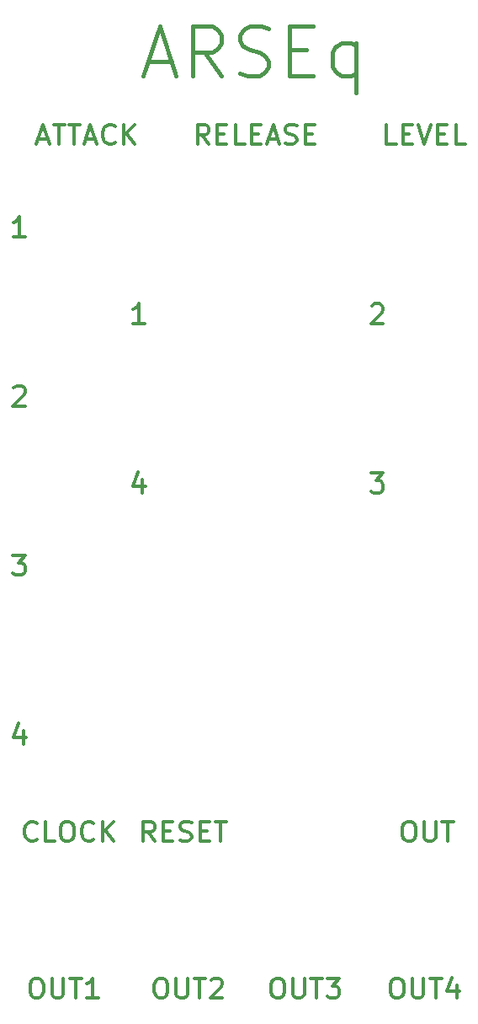
<source format=gbr>
G04 #@! TF.GenerationSoftware,KiCad,Pcbnew,(5.1.5-0)*
G04 #@! TF.CreationDate,2021-01-20T20:41:00-08:00*
G04 #@! TF.ProjectId,arseq,61727365-712e-46b6-9963-61645f706362,rev?*
G04 #@! TF.SameCoordinates,Original*
G04 #@! TF.FileFunction,Legend,Top*
G04 #@! TF.FilePolarity,Positive*
%FSLAX46Y46*%
G04 Gerber Fmt 4.6, Leading zero omitted, Abs format (unit mm)*
G04 Created by KiCad (PCBNEW (5.1.5-0)) date 2021-01-20 20:41:00*
%MOMM*%
%LPD*%
G04 APERTURE LIST*
%ADD10C,0.300000*%
%ADD11C,0.400000*%
G04 APERTURE END LIST*
D10*
X39797619Y-96904761D02*
X40178571Y-96904761D01*
X40369047Y-97000000D01*
X40559523Y-97190476D01*
X40654761Y-97571428D01*
X40654761Y-98238095D01*
X40559523Y-98619047D01*
X40369047Y-98809523D01*
X40178571Y-98904761D01*
X39797619Y-98904761D01*
X39607142Y-98809523D01*
X39416666Y-98619047D01*
X39321428Y-98238095D01*
X39321428Y-97571428D01*
X39416666Y-97190476D01*
X39607142Y-97000000D01*
X39797619Y-96904761D01*
X41511904Y-96904761D02*
X41511904Y-98523809D01*
X41607142Y-98714285D01*
X41702380Y-98809523D01*
X41892857Y-98904761D01*
X42273809Y-98904761D01*
X42464285Y-98809523D01*
X42559523Y-98714285D01*
X42654761Y-98523809D01*
X42654761Y-96904761D01*
X43321428Y-96904761D02*
X44464285Y-96904761D01*
X43892857Y-98904761D02*
X43892857Y-96904761D01*
X45988095Y-97571428D02*
X45988095Y-98904761D01*
X45511904Y-96809523D02*
X45035714Y-98238095D01*
X46273809Y-98238095D01*
X27797619Y-96904761D02*
X28178571Y-96904761D01*
X28369047Y-97000000D01*
X28559523Y-97190476D01*
X28654761Y-97571428D01*
X28654761Y-98238095D01*
X28559523Y-98619047D01*
X28369047Y-98809523D01*
X28178571Y-98904761D01*
X27797619Y-98904761D01*
X27607142Y-98809523D01*
X27416666Y-98619047D01*
X27321428Y-98238095D01*
X27321428Y-97571428D01*
X27416666Y-97190476D01*
X27607142Y-97000000D01*
X27797619Y-96904761D01*
X29511904Y-96904761D02*
X29511904Y-98523809D01*
X29607142Y-98714285D01*
X29702380Y-98809523D01*
X29892857Y-98904761D01*
X30273809Y-98904761D01*
X30464285Y-98809523D01*
X30559523Y-98714285D01*
X30654761Y-98523809D01*
X30654761Y-96904761D01*
X31321428Y-96904761D02*
X32464285Y-96904761D01*
X31892857Y-98904761D02*
X31892857Y-96904761D01*
X32940476Y-96904761D02*
X34178571Y-96904761D01*
X33511904Y-97666666D01*
X33797619Y-97666666D01*
X33988095Y-97761904D01*
X34083333Y-97857142D01*
X34178571Y-98047619D01*
X34178571Y-98523809D01*
X34083333Y-98714285D01*
X33988095Y-98809523D01*
X33797619Y-98904761D01*
X33226190Y-98904761D01*
X33035714Y-98809523D01*
X32940476Y-98714285D01*
X16047619Y-96904761D02*
X16428571Y-96904761D01*
X16619047Y-97000000D01*
X16809523Y-97190476D01*
X16904761Y-97571428D01*
X16904761Y-98238095D01*
X16809523Y-98619047D01*
X16619047Y-98809523D01*
X16428571Y-98904761D01*
X16047619Y-98904761D01*
X15857142Y-98809523D01*
X15666666Y-98619047D01*
X15571428Y-98238095D01*
X15571428Y-97571428D01*
X15666666Y-97190476D01*
X15857142Y-97000000D01*
X16047619Y-96904761D01*
X17761904Y-96904761D02*
X17761904Y-98523809D01*
X17857142Y-98714285D01*
X17952380Y-98809523D01*
X18142857Y-98904761D01*
X18523809Y-98904761D01*
X18714285Y-98809523D01*
X18809523Y-98714285D01*
X18904761Y-98523809D01*
X18904761Y-96904761D01*
X19571428Y-96904761D02*
X20714285Y-96904761D01*
X20142857Y-98904761D02*
X20142857Y-96904761D01*
X21285714Y-97095238D02*
X21380952Y-97000000D01*
X21571428Y-96904761D01*
X22047619Y-96904761D01*
X22238095Y-97000000D01*
X22333333Y-97095238D01*
X22428571Y-97285714D01*
X22428571Y-97476190D01*
X22333333Y-97761904D01*
X21190476Y-98904761D01*
X22428571Y-98904761D01*
X3547619Y-96904761D02*
X3928571Y-96904761D01*
X4119047Y-97000000D01*
X4309523Y-97190476D01*
X4404761Y-97571428D01*
X4404761Y-98238095D01*
X4309523Y-98619047D01*
X4119047Y-98809523D01*
X3928571Y-98904761D01*
X3547619Y-98904761D01*
X3357142Y-98809523D01*
X3166666Y-98619047D01*
X3071428Y-98238095D01*
X3071428Y-97571428D01*
X3166666Y-97190476D01*
X3357142Y-97000000D01*
X3547619Y-96904761D01*
X5261904Y-96904761D02*
X5261904Y-98523809D01*
X5357142Y-98714285D01*
X5452380Y-98809523D01*
X5642857Y-98904761D01*
X6023809Y-98904761D01*
X6214285Y-98809523D01*
X6309523Y-98714285D01*
X6404761Y-98523809D01*
X6404761Y-96904761D01*
X7071428Y-96904761D02*
X8214285Y-96904761D01*
X7642857Y-98904761D02*
X7642857Y-96904761D01*
X9928571Y-98904761D02*
X8785714Y-98904761D01*
X9357142Y-98904761D02*
X9357142Y-96904761D01*
X9166666Y-97190476D01*
X8976190Y-97380952D01*
X8785714Y-97476190D01*
X41000000Y-81154761D02*
X41380952Y-81154761D01*
X41571428Y-81250000D01*
X41761904Y-81440476D01*
X41857142Y-81821428D01*
X41857142Y-82488095D01*
X41761904Y-82869047D01*
X41571428Y-83059523D01*
X41380952Y-83154761D01*
X41000000Y-83154761D01*
X40809523Y-83059523D01*
X40619047Y-82869047D01*
X40523809Y-82488095D01*
X40523809Y-81821428D01*
X40619047Y-81440476D01*
X40809523Y-81250000D01*
X41000000Y-81154761D01*
X42714285Y-81154761D02*
X42714285Y-82773809D01*
X42809523Y-82964285D01*
X42904761Y-83059523D01*
X43095238Y-83154761D01*
X43476190Y-83154761D01*
X43666666Y-83059523D01*
X43761904Y-82964285D01*
X43857142Y-82773809D01*
X43857142Y-81154761D01*
X44523809Y-81154761D02*
X45666666Y-81154761D01*
X45095238Y-83154761D02*
X45095238Y-81154761D01*
X15595238Y-83154761D02*
X14928571Y-82202380D01*
X14452380Y-83154761D02*
X14452380Y-81154761D01*
X15214285Y-81154761D01*
X15404761Y-81250000D01*
X15500000Y-81345238D01*
X15595238Y-81535714D01*
X15595238Y-81821428D01*
X15500000Y-82011904D01*
X15404761Y-82107142D01*
X15214285Y-82202380D01*
X14452380Y-82202380D01*
X16452380Y-82107142D02*
X17119047Y-82107142D01*
X17404761Y-83154761D02*
X16452380Y-83154761D01*
X16452380Y-81154761D01*
X17404761Y-81154761D01*
X18166666Y-83059523D02*
X18452380Y-83154761D01*
X18928571Y-83154761D01*
X19119047Y-83059523D01*
X19214285Y-82964285D01*
X19309523Y-82773809D01*
X19309523Y-82583333D01*
X19214285Y-82392857D01*
X19119047Y-82297619D01*
X18928571Y-82202380D01*
X18547619Y-82107142D01*
X18357142Y-82011904D01*
X18261904Y-81916666D01*
X18166666Y-81726190D01*
X18166666Y-81535714D01*
X18261904Y-81345238D01*
X18357142Y-81250000D01*
X18547619Y-81154761D01*
X19023809Y-81154761D01*
X19309523Y-81250000D01*
X20166666Y-82107142D02*
X20833333Y-82107142D01*
X21119047Y-83154761D02*
X20166666Y-83154761D01*
X20166666Y-81154761D01*
X21119047Y-81154761D01*
X21690476Y-81154761D02*
X22833333Y-81154761D01*
X22261904Y-83154761D02*
X22261904Y-81154761D01*
X3761904Y-82964285D02*
X3666666Y-83059523D01*
X3380952Y-83154761D01*
X3190476Y-83154761D01*
X2904761Y-83059523D01*
X2714285Y-82869047D01*
X2619047Y-82678571D01*
X2523809Y-82297619D01*
X2523809Y-82011904D01*
X2619047Y-81630952D01*
X2714285Y-81440476D01*
X2904761Y-81250000D01*
X3190476Y-81154761D01*
X3380952Y-81154761D01*
X3666666Y-81250000D01*
X3761904Y-81345238D01*
X5571428Y-83154761D02*
X4619047Y-83154761D01*
X4619047Y-81154761D01*
X6619047Y-81154761D02*
X7000000Y-81154761D01*
X7190476Y-81250000D01*
X7380952Y-81440476D01*
X7476190Y-81821428D01*
X7476190Y-82488095D01*
X7380952Y-82869047D01*
X7190476Y-83059523D01*
X7000000Y-83154761D01*
X6619047Y-83154761D01*
X6428571Y-83059523D01*
X6238095Y-82869047D01*
X6142857Y-82488095D01*
X6142857Y-81821428D01*
X6238095Y-81440476D01*
X6428571Y-81250000D01*
X6619047Y-81154761D01*
X9476190Y-82964285D02*
X9380952Y-83059523D01*
X9095238Y-83154761D01*
X8904761Y-83154761D01*
X8619047Y-83059523D01*
X8428571Y-82869047D01*
X8333333Y-82678571D01*
X8238095Y-82297619D01*
X8238095Y-82011904D01*
X8333333Y-81630952D01*
X8428571Y-81440476D01*
X8619047Y-81250000D01*
X8904761Y-81154761D01*
X9095238Y-81154761D01*
X9380952Y-81250000D01*
X9476190Y-81345238D01*
X10333333Y-83154761D02*
X10333333Y-81154761D01*
X11476190Y-83154761D02*
X10619047Y-82011904D01*
X11476190Y-81154761D02*
X10333333Y-82297619D01*
X14380952Y-46821428D02*
X14380952Y-48154761D01*
X13904761Y-46059523D02*
X13428571Y-47488095D01*
X14666666Y-47488095D01*
X2380952Y-72071428D02*
X2380952Y-73404761D01*
X1904761Y-71309523D02*
X1428571Y-72738095D01*
X2666666Y-72738095D01*
X37333333Y-46154761D02*
X38571428Y-46154761D01*
X37904761Y-46916666D01*
X38190476Y-46916666D01*
X38380952Y-47011904D01*
X38476190Y-47107142D01*
X38571428Y-47297619D01*
X38571428Y-47773809D01*
X38476190Y-47964285D01*
X38380952Y-48059523D01*
X38190476Y-48154761D01*
X37619047Y-48154761D01*
X37428571Y-48059523D01*
X37333333Y-47964285D01*
X1333333Y-54404761D02*
X2571428Y-54404761D01*
X1904761Y-55166666D01*
X2190476Y-55166666D01*
X2380952Y-55261904D01*
X2476190Y-55357142D01*
X2571428Y-55547619D01*
X2571428Y-56023809D01*
X2476190Y-56214285D01*
X2380952Y-56309523D01*
X2190476Y-56404761D01*
X1619047Y-56404761D01*
X1428571Y-56309523D01*
X1333333Y-56214285D01*
X37428571Y-29345238D02*
X37523809Y-29250000D01*
X37714285Y-29154761D01*
X38190476Y-29154761D01*
X38380952Y-29250000D01*
X38476190Y-29345238D01*
X38571428Y-29535714D01*
X38571428Y-29726190D01*
X38476190Y-30011904D01*
X37333333Y-31154761D01*
X38571428Y-31154761D01*
X1428571Y-37595238D02*
X1523809Y-37500000D01*
X1714285Y-37404761D01*
X2190476Y-37404761D01*
X2380952Y-37500000D01*
X2476190Y-37595238D01*
X2571428Y-37785714D01*
X2571428Y-37976190D01*
X2476190Y-38261904D01*
X1333333Y-39404761D01*
X2571428Y-39404761D01*
X14571428Y-31154761D02*
X13428571Y-31154761D01*
X14000000Y-31154761D02*
X14000000Y-29154761D01*
X13809523Y-29440476D01*
X13619047Y-29630952D01*
X13428571Y-29726190D01*
X2571428Y-22404761D02*
X1428571Y-22404761D01*
X2000000Y-22404761D02*
X2000000Y-20404761D01*
X1809523Y-20690476D01*
X1619047Y-20880952D01*
X1428571Y-20976190D01*
X39892857Y-13154761D02*
X38940476Y-13154761D01*
X38940476Y-11154761D01*
X40559523Y-12107142D02*
X41226190Y-12107142D01*
X41511904Y-13154761D02*
X40559523Y-13154761D01*
X40559523Y-11154761D01*
X41511904Y-11154761D01*
X42083333Y-11154761D02*
X42750000Y-13154761D01*
X43416666Y-11154761D01*
X44083333Y-12107142D02*
X44750000Y-12107142D01*
X45035714Y-13154761D02*
X44083333Y-13154761D01*
X44083333Y-11154761D01*
X45035714Y-11154761D01*
X46845238Y-13154761D02*
X45892857Y-13154761D01*
X45892857Y-11154761D01*
X21035714Y-13154761D02*
X20369047Y-12202380D01*
X19892857Y-13154761D02*
X19892857Y-11154761D01*
X20654761Y-11154761D01*
X20845238Y-11250000D01*
X20940476Y-11345238D01*
X21035714Y-11535714D01*
X21035714Y-11821428D01*
X20940476Y-12011904D01*
X20845238Y-12107142D01*
X20654761Y-12202380D01*
X19892857Y-12202380D01*
X21892857Y-12107142D02*
X22559523Y-12107142D01*
X22845238Y-13154761D02*
X21892857Y-13154761D01*
X21892857Y-11154761D01*
X22845238Y-11154761D01*
X24654761Y-13154761D02*
X23702380Y-13154761D01*
X23702380Y-11154761D01*
X25321428Y-12107142D02*
X25988095Y-12107142D01*
X26273809Y-13154761D02*
X25321428Y-13154761D01*
X25321428Y-11154761D01*
X26273809Y-11154761D01*
X27035714Y-12583333D02*
X27988095Y-12583333D01*
X26845238Y-13154761D02*
X27511904Y-11154761D01*
X28178571Y-13154761D01*
X28749999Y-13059523D02*
X29035714Y-13154761D01*
X29511904Y-13154761D01*
X29702380Y-13059523D01*
X29797619Y-12964285D01*
X29892857Y-12773809D01*
X29892857Y-12583333D01*
X29797619Y-12392857D01*
X29702380Y-12297619D01*
X29511904Y-12202380D01*
X29130952Y-12107142D01*
X28940476Y-12011904D01*
X28845238Y-11916666D01*
X28749999Y-11726190D01*
X28749999Y-11535714D01*
X28845238Y-11345238D01*
X28940476Y-11250000D01*
X29130952Y-11154761D01*
X29607142Y-11154761D01*
X29892857Y-11250000D01*
X30749999Y-12107142D02*
X31416666Y-12107142D01*
X31702380Y-13154761D02*
X30749999Y-13154761D01*
X30749999Y-11154761D01*
X31702380Y-11154761D01*
D11*
X14904761Y-4833333D02*
X17285714Y-4833333D01*
X14428571Y-6261904D02*
X16095238Y-1261904D01*
X17761904Y-6261904D01*
X22285714Y-6261904D02*
X20619047Y-3880952D01*
X19428571Y-6261904D02*
X19428571Y-1261904D01*
X21333333Y-1261904D01*
X21809523Y-1500000D01*
X22047619Y-1738095D01*
X22285714Y-2214285D01*
X22285714Y-2928571D01*
X22047619Y-3404761D01*
X21809523Y-3642857D01*
X21333333Y-3880952D01*
X19428571Y-3880952D01*
X24190476Y-6023809D02*
X24904761Y-6261904D01*
X26095238Y-6261904D01*
X26571428Y-6023809D01*
X26809523Y-5785714D01*
X27047619Y-5309523D01*
X27047619Y-4833333D01*
X26809523Y-4357142D01*
X26571428Y-4119047D01*
X26095238Y-3880952D01*
X25142857Y-3642857D01*
X24666666Y-3404761D01*
X24428571Y-3166666D01*
X24190476Y-2690476D01*
X24190476Y-2214285D01*
X24428571Y-1738095D01*
X24666666Y-1500000D01*
X25142857Y-1261904D01*
X26333333Y-1261904D01*
X27047619Y-1500000D01*
X29190476Y-3642857D02*
X30857142Y-3642857D01*
X31571428Y-6261904D02*
X29190476Y-6261904D01*
X29190476Y-1261904D01*
X31571428Y-1261904D01*
X35857142Y-2928571D02*
X35857142Y-7928571D01*
X35857142Y-6023809D02*
X35380952Y-6261904D01*
X34428571Y-6261904D01*
X33952380Y-6023809D01*
X33714285Y-5785714D01*
X33476190Y-5309523D01*
X33476190Y-3880952D01*
X33714285Y-3404761D01*
X33952380Y-3166666D01*
X34428571Y-2928571D01*
X35380952Y-2928571D01*
X35857142Y-3166666D01*
D10*
X3892857Y-12583333D02*
X4845238Y-12583333D01*
X3702380Y-13154761D02*
X4369047Y-11154761D01*
X5035714Y-13154761D01*
X5416666Y-11154761D02*
X6559523Y-11154761D01*
X5988095Y-13154761D02*
X5988095Y-11154761D01*
X6940476Y-11154761D02*
X8083333Y-11154761D01*
X7511904Y-13154761D02*
X7511904Y-11154761D01*
X8654761Y-12583333D02*
X9607142Y-12583333D01*
X8464285Y-13154761D02*
X9130952Y-11154761D01*
X9797619Y-13154761D01*
X11607142Y-12964285D02*
X11511904Y-13059523D01*
X11226190Y-13154761D01*
X11035714Y-13154761D01*
X10750000Y-13059523D01*
X10559523Y-12869047D01*
X10464285Y-12678571D01*
X10369047Y-12297619D01*
X10369047Y-12011904D01*
X10464285Y-11630952D01*
X10559523Y-11440476D01*
X10750000Y-11250000D01*
X11035714Y-11154761D01*
X11226190Y-11154761D01*
X11511904Y-11250000D01*
X11607142Y-11345238D01*
X12464285Y-13154761D02*
X12464285Y-11154761D01*
X13607142Y-13154761D02*
X12750000Y-12011904D01*
X13607142Y-11154761D02*
X12464285Y-12297619D01*
M02*

</source>
